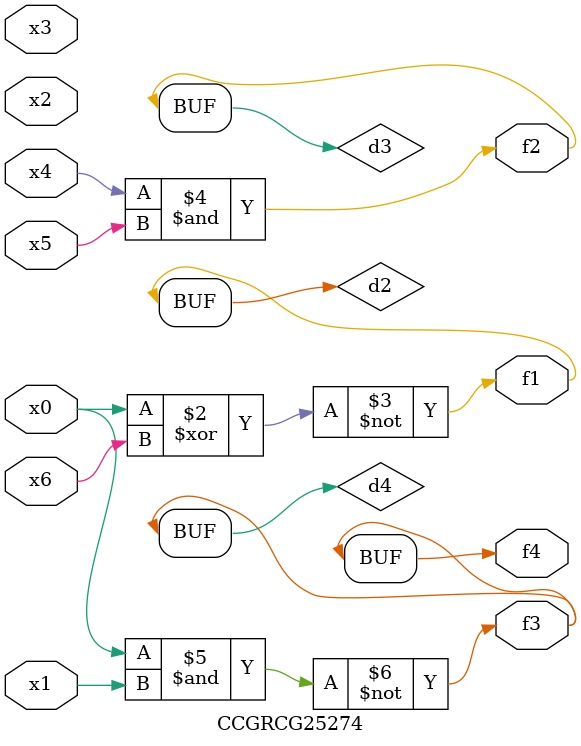
<source format=v>
module CCGRCG25274(
	input x0, x1, x2, x3, x4, x5, x6,
	output f1, f2, f3, f4
);

	wire d1, d2, d3, d4;

	nor (d1, x0);
	xnor (d2, x0, x6);
	and (d3, x4, x5);
	nand (d4, x0, x1);
	assign f1 = d2;
	assign f2 = d3;
	assign f3 = d4;
	assign f4 = d4;
endmodule

</source>
